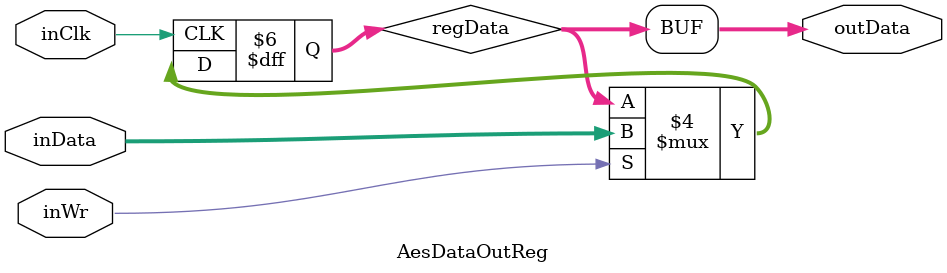
<source format=v>
module AesDataOutReg (
input   wire          inClk, 	
input   wire          inWr,		
input   wire [127:0]  inData,	
output  wire [127:0]  outData	
);

reg [127:0] regData = 128'b0;
   
always @ (posedge(inClk))
begin
    if (inWr == 1'b1) begin
        regData <= inData;
    end
end

assign outData = regData;

endmodule
</source>
